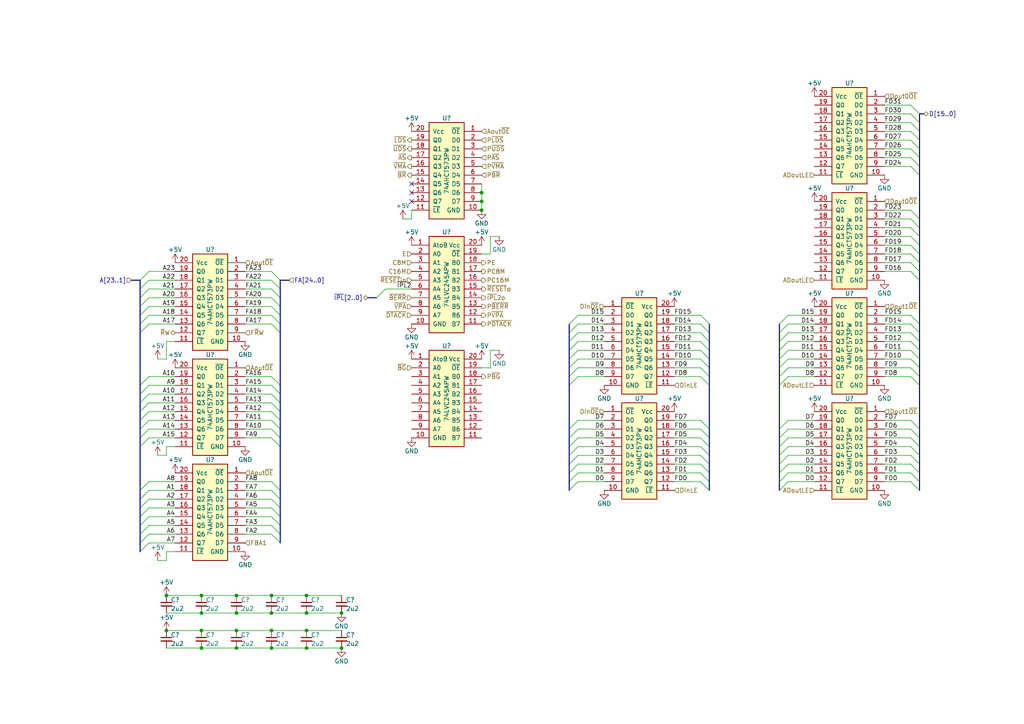
<source format=kicad_sch>
(kicad_sch (version 20211123) (generator eeschema)
  (paper "A4")
  (lib_symbols
    (symbol "Device:C_Small" (pin_numbers hide) (pin_names (offset 0.254) hide)
      (property "Reference" "C" (at 0.254 1.778 0))
      (property "Value" "C_Small" (at 0.254 -2.032 0))
      (symbol "C_Small_0_1"
        (polyline (pts (xy -1.524 -0.508) (xy 1.524 -0.508)) (stroke (width 0.3302)))
        (polyline (pts (xy -1.524 0.508) (xy 1.524 0.508)) (stroke (width 0.3048)))
      )
      (symbol "C_Small_1_1"
        (pin passive line (at 0 2.54 270) (length 2.032) (name "~") (number "1"))
        (pin passive line (at 0 -2.54 90) (length 2.032) (name "~") (number "2"))
      )
    )
    (symbol "GW_Logic:74245" (pin_names (offset 1.016))
      (property "Reference" "U" (at 0 15.24 0))
      (property "Value" "74245" (at 0 0 90))
      (symbol "74245_0_1"
        (rectangle (start -5.08 13.97) (end 5.08 -13.97) (stroke (width 0.254)) (fill (type background)))
      )
      (symbol "74245_1_1"
        (pin input line (at -10.16 11.43 0) (length 5.08) (name "AtoB") (number "1"))
        (pin power_in line (at -10.16 -11.43 0) (length 5.08) (name "GND") (number "10"))
        (pin bidirectional line (at 10.16 -11.43 180) (length 5.08) (name "B7") (number "11"))
        (pin bidirectional line (at 10.16 -8.89 180) (length 5.08) (name "B6") (number "12"))
        (pin bidirectional line (at 10.16 -6.35 180) (length 5.08) (name "B5") (number "13"))
        (pin bidirectional line (at 10.16 -3.81 180) (length 5.08) (name "B4") (number "14"))
        (pin bidirectional line (at 10.16 -1.27 180) (length 5.08) (name "B3") (number "15"))
        (pin bidirectional line (at 10.16 1.27 180) (length 5.08) (name "B2") (number "16"))
        (pin bidirectional line (at 10.16 3.81 180) (length 5.08) (name "B1") (number "17"))
        (pin bidirectional line (at 10.16 6.35 180) (length 5.08) (name "B0") (number "18"))
        (pin input line (at 10.16 8.89 180) (length 5.08) (name "~{OE}") (number "19"))
        (pin bidirectional line (at -10.16 8.89 0) (length 5.08) (name "A0") (number "2"))
        (pin power_in line (at 10.16 11.43 180) (length 5.08) (name "Vcc") (number "20"))
        (pin bidirectional line (at -10.16 6.35 0) (length 5.08) (name "A1") (number "3"))
        (pin bidirectional line (at -10.16 3.81 0) (length 5.08) (name "A2") (number "4"))
        (pin bidirectional line (at -10.16 1.27 0) (length 5.08) (name "A3") (number "5"))
        (pin bidirectional line (at -10.16 -1.27 0) (length 5.08) (name "A4") (number "6"))
        (pin bidirectional line (at -10.16 -3.81 0) (length 5.08) (name "A5") (number "7"))
        (pin bidirectional line (at -10.16 -6.35 0) (length 5.08) (name "A6") (number "8"))
        (pin bidirectional line (at -10.16 -8.89 0) (length 5.08) (name "A7") (number "9"))
      )
    )
    (symbol "GW_Logic:74573" (pin_names (offset 1.016))
      (property "Reference" "U" (at 0 15.24 0))
      (property "Value" "74573" (at 0 -15.24 0))
      (symbol "74573_0_1"
        (rectangle (start -5.08 13.97) (end 5.08 -13.97) (stroke (width 0.254)) (fill (type background)))
      )
      (symbol "74573_1_1"
        (pin input line (at -10.16 11.43 0) (length 5.08) (name "~{OE}") (number "1"))
        (pin power_in line (at -10.16 -11.43 0) (length 5.08) (name "GND") (number "10"))
        (pin input line (at 10.16 -11.43 180) (length 5.08) (name "~{LE}") (number "11"))
        (pin tri_state line (at 10.16 -8.89 180) (length 5.08) (name "Q7") (number "12"))
        (pin tri_state line (at 10.16 -6.35 180) (length 5.08) (name "Q6") (number "13"))
        (pin tri_state line (at 10.16 -3.81 180) (length 5.08) (name "Q5") (number "14"))
        (pin tri_state line (at 10.16 -1.27 180) (length 5.08) (name "Q4") (number "15"))
        (pin tri_state line (at 10.16 1.27 180) (length 5.08) (name "Q3") (number "16"))
        (pin tri_state line (at 10.16 3.81 180) (length 5.08) (name "Q2") (number "17"))
        (pin tri_state line (at 10.16 6.35 180) (length 5.08) (name "Q1") (number "18"))
        (pin tri_state line (at 10.16 8.89 180) (length 5.08) (name "Q0") (number "19"))
        (pin input line (at -10.16 8.89 0) (length 5.08) (name "D0") (number "2"))
        (pin power_in line (at 10.16 11.43 180) (length 5.08) (name "Vcc") (number "20"))
        (pin input line (at -10.16 6.35 0) (length 5.08) (name "D1") (number "3"))
        (pin input line (at -10.16 3.81 0) (length 5.08) (name "D2") (number "4"))
        (pin input line (at -10.16 1.27 0) (length 5.08) (name "D3") (number "5"))
        (pin input line (at -10.16 -1.27 0) (length 5.08) (name "D4") (number "6"))
        (pin input line (at -10.16 -3.81 0) (length 5.08) (name "D5") (number "7"))
        (pin input line (at -10.16 -6.35 0) (length 5.08) (name "D6") (number "8"))
        (pin input line (at -10.16 -8.89 0) (length 5.08) (name "D7") (number "9"))
      )
    )
    (symbol "power:+5V" (power) (pin_names (offset 0))
      (property "Value" "+5V" (at 0 3.556 0))
      (symbol "+5V_0_1"
        (polyline (pts (xy -0.762 1.27) (xy 0 2.54)))
        (polyline (pts (xy 0 0) (xy 0 2.54)))
        (polyline (pts (xy 0 2.54) (xy 0.762 1.27)))
      )
      (symbol "+5V_1_1"
        (pin power_in line (at 0 0 90) (length 0) hide (name "+5V") (number "1"))
      )
    )
    (symbol "power:GND" (power) (pin_names (offset 0))
      (property "Value" "GND" (at 0 -3.81 0))
      (symbol "GND_0_1"
        (polyline (pts (xy 0 0) (xy 0 -1.27) (xy 1.27 -1.27) (xy 0 -2.54) (xy -1.27 -1.27) (xy 0 -1.27)))
      )
      (symbol "GND_1_1"
        (pin power_in line (at 0 0 270) (length 0) hide (name "GND") (number "1"))
      )
    )
  )
  (junction (at 58.42 182.88))
  (junction (at 78.74 187.96))
  (junction (at 78.74 182.88))
  (junction (at 78.74 177.8))
  (junction (at 68.58 172.72))
  (junction (at 68.58 187.96))
  (junction (at 99.06 177.8))
  (junction (at 88.9 182.88))
  (junction (at 48.26 182.88))
  (junction (at 88.9 187.96))
  (junction (at 58.42 177.8))
  (junction (at 99.06 187.96))
  (junction (at 68.58 182.88))
  (junction (at 68.58 177.8))
  (junction (at 58.42 187.96))
  (junction (at 88.9 172.72))
  (junction (at 139.7 58.42))
  (junction (at 58.42 172.72))
  (junction (at 139.7 60.96))
  (junction (at 139.7 55.88))
  (junction (at 48.26 172.72))
  (junction (at 78.74 172.72))
  (junction (at 88.9 177.8))
  (no_connect (at 119.38 58.42))
  (no_connect (at 119.38 55.88))
  (no_connect (at 119.38 53.34))
  (bus_entry (at 78.74 144.78) (size 2.54 2.54))
  (bus_entry (at 43.18 142.24) (size -2.54 2.54))
  (bus_entry (at 264.16 66.04) (size 2.54 2.54))
  (bus_entry (at 43.18 139.7) (size -2.54 2.54))
  (bus_entry (at 43.18 91.44) (size -2.54 2.54))
  (bus_entry (at 264.16 38.1) (size 2.54 2.54))
  (bus_entry (at 264.16 109.22) (size 2.54 2.54))
  (bus_entry (at 264.16 45.72) (size 2.54 2.54))
  (bus_entry (at 78.74 78.74) (size 2.54 2.54))
  (bus_entry (at 78.74 109.22) (size 2.54 2.54))
  (bus_entry (at 203.2 127) (size 2.54 2.54))
  (bus_entry (at 78.74 152.4) (size 2.54 2.54))
  (bus_entry (at 264.16 78.74) (size 2.54 2.54))
  (bus_entry (at 43.18 144.78) (size -2.54 2.54))
  (bus_entry (at 43.18 78.74) (size -2.54 2.54))
  (bus_entry (at 228.6 96.52) (size -2.54 2.54))
  (bus_entry (at 203.2 109.22) (size 2.54 2.54))
  (bus_entry (at 228.6 124.46) (size -2.54 2.54))
  (bus_entry (at 203.2 101.6) (size 2.54 2.54))
  (bus_entry (at 167.64 101.6) (size -2.54 2.54))
  (bus_entry (at 228.6 106.68) (size -2.54 2.54))
  (bus_entry (at 264.16 91.44) (size 2.54 2.54))
  (bus_entry (at 43.18 149.86) (size -2.54 2.54))
  (bus_entry (at 43.18 152.4) (size -2.54 2.54))
  (bus_entry (at 78.74 88.9) (size 2.54 2.54))
  (bus_entry (at 43.18 124.46) (size -2.54 2.54))
  (bus_entry (at 43.18 81.28) (size -2.54 2.54))
  (bus_entry (at 78.74 116.84) (size 2.54 2.54))
  (bus_entry (at 167.64 121.92) (size -2.54 2.54))
  (bus_entry (at 78.74 83.82) (size 2.54 2.54))
  (bus_entry (at 203.2 99.06) (size 2.54 2.54))
  (bus_entry (at 264.16 139.7) (size 2.54 2.54))
  (bus_entry (at 264.16 127) (size 2.54 2.54))
  (bus_entry (at 203.2 124.46) (size 2.54 2.54))
  (bus_entry (at 264.16 30.48) (size 2.54 2.54))
  (bus_entry (at 43.18 147.32) (size -2.54 2.54))
  (bus_entry (at 43.18 121.92) (size -2.54 2.54))
  (bus_entry (at 43.18 116.84) (size -2.54 2.54))
  (bus_entry (at 264.16 132.08) (size 2.54 2.54))
  (bus_entry (at 203.2 132.08) (size 2.54 2.54))
  (bus_entry (at 264.16 137.16) (size 2.54 2.54))
  (bus_entry (at 264.16 68.58) (size 2.54 2.54))
  (bus_entry (at 228.6 109.22) (size -2.54 2.54))
  (bus_entry (at 228.6 129.54) (size -2.54 2.54))
  (bus_entry (at 78.74 142.24) (size 2.54 2.54))
  (bus_entry (at 203.2 121.92) (size 2.54 2.54))
  (bus_entry (at 264.16 60.96) (size 2.54 2.54))
  (bus_entry (at 78.74 111.76) (size 2.54 2.54))
  (bus_entry (at 264.16 99.06) (size 2.54 2.54))
  (bus_entry (at 228.6 104.14) (size -2.54 2.54))
  (bus_entry (at 264.16 33.02) (size 2.54 2.54))
  (bus_entry (at 167.64 104.14) (size -2.54 2.54))
  (bus_entry (at 167.64 134.62) (size -2.54 2.54))
  (bus_entry (at 264.16 96.52) (size 2.54 2.54))
  (bus_entry (at 264.16 76.2) (size 2.54 2.54))
  (bus_entry (at 167.64 106.68) (size -2.54 2.54))
  (bus_entry (at 78.74 147.32) (size 2.54 2.54))
  (bus_entry (at 78.74 91.44) (size 2.54 2.54))
  (bus_entry (at 264.16 43.18) (size 2.54 2.54))
  (bus_entry (at 203.2 104.14) (size 2.54 2.54))
  (bus_entry (at 167.64 109.22) (size -2.54 2.54))
  (bus_entry (at 228.6 132.08) (size -2.54 2.54))
  (bus_entry (at 167.64 124.46) (size -2.54 2.54))
  (bus_entry (at 228.6 101.6) (size -2.54 2.54))
  (bus_entry (at 43.18 83.82) (size -2.54 2.54))
  (bus_entry (at 203.2 139.7) (size 2.54 2.54))
  (bus_entry (at 264.16 48.26) (size 2.54 2.54))
  (bus_entry (at 43.18 127) (size -2.54 2.54))
  (bus_entry (at 43.18 86.36) (size -2.54 2.54))
  (bus_entry (at 203.2 137.16) (size 2.54 2.54))
  (bus_entry (at 203.2 96.52) (size 2.54 2.54))
  (bus_entry (at 228.6 139.7) (size -2.54 2.54))
  (bus_entry (at 264.16 101.6) (size 2.54 2.54))
  (bus_entry (at 78.74 127) (size 2.54 2.54))
  (bus_entry (at 203.2 129.54) (size 2.54 2.54))
  (bus_entry (at 78.74 119.38) (size 2.54 2.54))
  (bus_entry (at 228.6 137.16) (size -2.54 2.54))
  (bus_entry (at 167.64 129.54) (size -2.54 2.54))
  (bus_entry (at 264.16 129.54) (size 2.54 2.54))
  (bus_entry (at 78.74 121.92) (size 2.54 2.54))
  (bus_entry (at 167.64 127) (size -2.54 2.54))
  (bus_entry (at 167.64 137.16) (size -2.54 2.54))
  (bus_entry (at 78.74 139.7) (size 2.54 2.54))
  (bus_entry (at 78.74 114.3) (size 2.54 2.54))
  (bus_entry (at 264.16 40.64) (size 2.54 2.54))
  (bus_entry (at 167.64 139.7) (size -2.54 2.54))
  (bus_entry (at 203.2 93.98) (size 2.54 2.54))
  (bus_entry (at 228.6 93.98) (size -2.54 2.54))
  (bus_entry (at 43.18 93.98) (size -2.54 2.54))
  (bus_entry (at 264.16 121.92) (size 2.54 2.54))
  (bus_entry (at 78.74 149.86) (size 2.54 2.54))
  (bus_entry (at 78.74 154.94) (size 2.54 2.54))
  (bus_entry (at 228.6 91.44) (size -2.54 2.54))
  (bus_entry (at 264.16 104.14) (size 2.54 2.54))
  (bus_entry (at 167.64 93.98) (size -2.54 2.54))
  (bus_entry (at 167.64 91.44) (size -2.54 2.54))
  (bus_entry (at 264.16 73.66) (size 2.54 2.54))
  (bus_entry (at 167.64 96.52) (size -2.54 2.54))
  (bus_entry (at 78.74 81.28) (size 2.54 2.54))
  (bus_entry (at 43.18 109.22) (size -2.54 2.54))
  (bus_entry (at 228.6 121.92) (size -2.54 2.54))
  (bus_entry (at 264.16 134.62) (size 2.54 2.54))
  (bus_entry (at 264.16 63.5) (size 2.54 2.54))
  (bus_entry (at 228.6 134.62) (size -2.54 2.54))
  (bus_entry (at 111.76 83.82) (size -2.54 2.54))
  (bus_entry (at 78.74 124.46) (size 2.54 2.54))
  (bus_entry (at 264.16 124.46) (size 2.54 2.54))
  (bus_entry (at 228.6 99.06) (size -2.54 2.54))
  (bus_entry (at 43.18 157.48) (size -2.54 2.54))
  (bus_entry (at 43.18 114.3) (size -2.54 2.54))
  (bus_entry (at 203.2 134.62) (size 2.54 2.54))
  (bus_entry (at 264.16 71.12) (size 2.54 2.54))
  (bus_entry (at 203.2 106.68) (size 2.54 2.54))
  (bus_entry (at 78.74 86.36) (size 2.54 2.54))
  (bus_entry (at 264.16 35.56) (size 2.54 2.54))
  (bus_entry (at 167.64 132.08) (size -2.54 2.54))
  (bus_entry (at 43.18 111.76) (size -2.54 2.54))
  (bus_entry (at 43.18 119.38) (size -2.54 2.54))
  (bus_entry (at 167.64 99.06) (size -2.54 2.54))
  (bus_entry (at 264.16 93.98) (size 2.54 2.54))
  (bus_entry (at 43.18 88.9) (size -2.54 2.54))
  (bus_entry (at 78.74 93.98) (size 2.54 2.54))
  (bus_entry (at 228.6 127) (size -2.54 2.54))
  (bus_entry (at 203.2 91.44) (size 2.54 2.54))
  (bus_entry (at 43.18 154.94) (size -2.54 2.54))
  (bus_entry (at 264.16 106.68) (size 2.54 2.54))
  (wire (pts (xy 48.26 177.8) (xy 58.42 177.8)))
  (wire (pts (xy 71.12 147.32) (xy 78.74 147.32)))
  (wire (pts (xy 228.6 132.08) (xy 236.22 132.08)))
  (bus (pts (xy 266.7 129.54) (xy 266.7 132.08)))
  (bus (pts (xy 165.1 137.16) (xy 165.1 139.7)))
  (wire (pts (xy 71.12 83.82) (xy 78.74 83.82)))
  (wire (pts (xy 88.9 182.88) (xy 99.06 182.88)))
  (bus (pts (xy 40.64 86.36) (xy 40.64 88.9)))
  (bus (pts (xy 266.7 109.22) (xy 266.7 111.76)))
  (wire (pts (xy 256.54 91.44) (xy 264.16 91.44)))
  (wire (pts (xy 228.6 139.7) (xy 236.22 139.7)))
  (wire (pts (xy 167.64 132.08) (xy 175.26 132.08)))
  (bus (pts (xy 205.74 101.6) (xy 205.74 104.14)))
  (bus (pts (xy 81.28 152.4) (xy 81.28 154.94)))
  (wire (pts (xy 43.18 111.76) (xy 50.8 111.76)))
  (bus (pts (xy 40.64 152.4) (xy 40.64 154.94)))
  (wire (pts (xy 50.8 91.44) (xy 43.18 91.44)))
  (wire (pts (xy 50.8 160.02) (xy 48.26 160.02)))
  (wire (pts (xy 43.18 154.94) (xy 50.8 154.94)))
  (wire (pts (xy 43.18 142.24) (xy 50.8 142.24)))
  (bus (pts (xy 165.1 93.98) (xy 165.1 96.52)))
  (bus (pts (xy 266.7 76.2) (xy 266.7 78.74)))
  (wire (pts (xy 71.12 139.7) (xy 78.74 139.7)))
  (wire (pts (xy 256.54 33.02) (xy 264.16 33.02)))
  (wire (pts (xy 48.26 182.88) (xy 58.42 182.88)))
  (bus (pts (xy 106.68 86.36) (xy 109.22 86.36)))
  (wire (pts (xy 48.26 160.02) (xy 48.26 162.56)))
  (bus (pts (xy 266.7 134.62) (xy 266.7 137.16)))
  (wire (pts (xy 139.7 53.34) (xy 139.7 55.88)))
  (wire (pts (xy 50.8 93.98) (xy 43.18 93.98)))
  (wire (pts (xy 139.7 55.88) (xy 139.7 58.42)))
  (bus (pts (xy 266.7 48.26) (xy 266.7 50.8)))
  (bus (pts (xy 266.7 101.6) (xy 266.7 104.14)))
  (bus (pts (xy 205.74 104.14) (xy 205.74 106.68)))
  (wire (pts (xy 71.12 121.92) (xy 78.74 121.92)))
  (bus (pts (xy 266.7 50.8) (xy 266.7 63.5)))
  (wire (pts (xy 71.12 119.38) (xy 78.74 119.38)))
  (wire (pts (xy 58.42 187.96) (xy 68.58 187.96)))
  (wire (pts (xy 139.7 58.42) (xy 139.7 60.96)))
  (bus (pts (xy 81.28 149.86) (xy 81.28 152.4)))
  (wire (pts (xy 167.64 106.68) (xy 175.26 106.68)))
  (wire (pts (xy 228.6 96.52) (xy 236.22 96.52)))
  (bus (pts (xy 266.7 106.68) (xy 266.7 109.22)))
  (bus (pts (xy 81.28 88.9) (xy 81.28 91.44)))
  (wire (pts (xy 48.26 172.72) (xy 58.42 172.72)))
  (wire (pts (xy 167.64 137.16) (xy 175.26 137.16)))
  (wire (pts (xy 256.54 73.66) (xy 264.16 73.66)))
  (bus (pts (xy 165.1 124.46) (xy 165.1 127)))
  (bus (pts (xy 266.7 96.52) (xy 266.7 99.06)))
  (bus (pts (xy 226.06 99.06) (xy 226.06 101.6)))
  (wire (pts (xy 228.6 134.62) (xy 236.22 134.62)))
  (bus (pts (xy 40.64 116.84) (xy 40.64 119.38)))
  (bus (pts (xy 40.64 96.52) (xy 40.64 111.76)))
  (wire (pts (xy 167.64 127) (xy 175.26 127)))
  (wire (pts (xy 228.6 101.6) (xy 236.22 101.6)))
  (wire (pts (xy 78.74 172.72) (xy 88.9 172.72)))
  (bus (pts (xy 40.64 142.24) (xy 40.64 144.78)))
  (wire (pts (xy 43.18 116.84) (xy 50.8 116.84)))
  (bus (pts (xy 205.74 137.16) (xy 205.74 139.7)))
  (bus (pts (xy 165.1 104.14) (xy 165.1 106.68)))
  (wire (pts (xy 142.24 68.58) (xy 142.24 73.66)))
  (bus (pts (xy 40.64 147.32) (xy 40.64 149.86)))
  (bus (pts (xy 266.7 111.76) (xy 266.7 124.46)))
  (wire (pts (xy 43.18 127) (xy 50.8 127)))
  (bus (pts (xy 226.06 124.46) (xy 226.06 127)))
  (bus (pts (xy 81.28 96.52) (xy 81.28 111.76)))
  (wire (pts (xy 71.12 152.4) (xy 78.74 152.4)))
  (wire (pts (xy 43.18 147.32) (xy 50.8 147.32)))
  (wire (pts (xy 256.54 38.1) (xy 264.16 38.1)))
  (bus (pts (xy 40.64 91.44) (xy 40.64 93.98)))
  (wire (pts (xy 256.54 93.98) (xy 264.16 93.98)))
  (wire (pts (xy 195.58 137.16) (xy 203.2 137.16)))
  (wire (pts (xy 71.12 78.74) (xy 78.74 78.74)))
  (wire (pts (xy 71.12 144.78) (xy 78.74 144.78)))
  (wire (pts (xy 167.64 124.46) (xy 175.26 124.46)))
  (wire (pts (xy 50.8 86.36) (xy 43.18 86.36)))
  (bus (pts (xy 165.1 101.6) (xy 165.1 104.14)))
  (wire (pts (xy 195.58 101.6) (xy 203.2 101.6)))
  (bus (pts (xy 205.74 99.06) (xy 205.74 101.6)))
  (wire (pts (xy 195.58 109.22) (xy 203.2 109.22)))
  (wire (pts (xy 256.54 96.52) (xy 264.16 96.52)))
  (bus (pts (xy 40.64 144.78) (xy 40.64 147.32)))
  (wire (pts (xy 256.54 127) (xy 264.16 127)))
  (wire (pts (xy 71.12 93.98) (xy 78.74 93.98)))
  (wire (pts (xy 195.58 129.54) (xy 203.2 129.54)))
  (bus (pts (xy 226.06 106.68) (xy 226.06 109.22)))
  (bus (pts (xy 81.28 127) (xy 81.28 129.54)))
  (wire (pts (xy 48.26 132.08) (xy 45.72 132.08)))
  (bus (pts (xy 40.64 88.9) (xy 40.64 91.44)))
  (bus (pts (xy 266.7 93.98) (xy 266.7 96.52)))
  (wire (pts (xy 256.54 101.6) (xy 264.16 101.6)))
  (bus (pts (xy 40.64 154.94) (xy 40.64 157.48)))
  (bus (pts (xy 266.7 127) (xy 266.7 129.54)))
  (bus (pts (xy 266.7 73.66) (xy 266.7 76.2)))
  (bus (pts (xy 266.7 68.58) (xy 266.7 71.12)))
  (bus (pts (xy 266.7 71.12) (xy 266.7 73.66)))
  (bus (pts (xy 81.28 114.3) (xy 81.28 116.84)))
  (wire (pts (xy 58.42 172.72) (xy 68.58 172.72)))
  (bus (pts (xy 81.28 142.24) (xy 81.28 144.78)))
  (wire (pts (xy 111.76 83.82) (xy 119.38 83.82)))
  (wire (pts (xy 144.78 68.58) (xy 142.24 68.58)))
  (wire (pts (xy 195.58 121.92) (xy 203.2 121.92)))
  (bus (pts (xy 205.74 106.68) (xy 205.74 109.22)))
  (wire (pts (xy 50.8 109.22) (xy 43.18 109.22)))
  (bus (pts (xy 165.1 132.08) (xy 165.1 134.62)))
  (wire (pts (xy 167.64 96.52) (xy 175.26 96.52)))
  (bus (pts (xy 40.64 114.3) (xy 40.64 116.84)))
  (wire (pts (xy 256.54 48.26) (xy 264.16 48.26)))
  (bus (pts (xy 205.74 134.62) (xy 205.74 137.16)))
  (wire (pts (xy 48.26 162.56) (xy 45.72 162.56)))
  (bus (pts (xy 266.7 45.72) (xy 266.7 48.26)))
  (bus (pts (xy 205.74 93.98) (xy 205.74 96.52)))
  (bus (pts (xy 165.1 111.76) (xy 165.1 124.46)))
  (bus (pts (xy 81.28 121.92) (xy 81.28 124.46)))
  (wire (pts (xy 256.54 40.64) (xy 264.16 40.64)))
  (bus (pts (xy 165.1 134.62) (xy 165.1 137.16)))
  (wire (pts (xy 167.64 109.22) (xy 175.26 109.22)))
  (wire (pts (xy 167.64 129.54) (xy 175.26 129.54)))
  (wire (pts (xy 256.54 137.16) (xy 264.16 137.16)))
  (wire (pts (xy 43.18 157.48) (xy 50.8 157.48)))
  (wire (pts (xy 228.6 91.44) (xy 236.22 91.44)))
  (wire (pts (xy 58.42 182.88) (xy 68.58 182.88)))
  (bus (pts (xy 266.7 104.14) (xy 266.7 106.68)))
  (wire (pts (xy 228.6 127) (xy 236.22 127)))
  (bus (pts (xy 226.06 137.16) (xy 226.06 139.7)))
  (bus (pts (xy 40.64 81.28) (xy 40.64 83.82)))
  (wire (pts (xy 50.8 99.06) (xy 48.26 99.06)))
  (wire (pts (xy 256.54 35.56) (xy 264.16 35.56)))
  (wire (pts (xy 88.9 177.8) (xy 99.06 177.8)))
  (bus (pts (xy 266.7 66.04) (xy 266.7 68.58)))
  (wire (pts (xy 167.64 91.44) (xy 175.26 91.44)))
  (wire (pts (xy 144.78 101.6) (xy 142.24 101.6)))
  (wire (pts (xy 116.84 63.5) (xy 119.38 63.5)))
  (bus (pts (xy 81.28 147.32) (xy 81.28 149.86)))
  (bus (pts (xy 266.7 81.28) (xy 266.7 93.98)))
  (wire (pts (xy 68.58 187.96) (xy 78.74 187.96)))
  (wire (pts (xy 71.12 142.24) (xy 78.74 142.24)))
  (bus (pts (xy 40.64 93.98) (xy 40.64 96.52)))
  (bus (pts (xy 165.1 106.68) (xy 165.1 109.22)))
  (wire (pts (xy 195.58 93.98) (xy 203.2 93.98)))
  (wire (pts (xy 71.12 114.3) (xy 78.74 114.3)))
  (bus (pts (xy 40.64 83.82) (xy 40.64 86.36)))
  (bus (pts (xy 226.06 96.52) (xy 226.06 99.06)))
  (bus (pts (xy 266.7 78.74) (xy 266.7 81.28)))
  (wire (pts (xy 71.12 91.44) (xy 78.74 91.44)))
  (wire (pts (xy 195.58 104.14) (xy 203.2 104.14)))
  (wire (pts (xy 167.64 104.14) (xy 175.26 104.14)))
  (wire (pts (xy 228.6 137.16) (xy 236.22 137.16)))
  (bus (pts (xy 81.28 86.36) (xy 81.28 88.9)))
  (wire (pts (xy 256.54 68.58) (xy 264.16 68.58)))
  (wire (pts (xy 256.54 99.06) (xy 264.16 99.06)))
  (bus (pts (xy 165.1 96.52) (xy 165.1 99.06)))
  (wire (pts (xy 195.58 132.08) (xy 203.2 132.08)))
  (wire (pts (xy 71.12 111.76) (xy 78.74 111.76)))
  (bus (pts (xy 266.7 99.06) (xy 266.7 101.6)))
  (bus (pts (xy 226.06 129.54) (xy 226.06 132.08)))
  (wire (pts (xy 43.18 152.4) (xy 50.8 152.4)))
  (bus (pts (xy 81.28 119.38) (xy 81.28 121.92)))
  (bus (pts (xy 40.64 124.46) (xy 40.64 127)))
  (bus (pts (xy 205.74 124.46) (xy 205.74 127)))
  (wire (pts (xy 43.18 144.78) (xy 50.8 144.78)))
  (wire (pts (xy 256.54 43.18) (xy 264.16 43.18)))
  (bus (pts (xy 40.64 157.48) (xy 40.64 160.02)))
  (wire (pts (xy 71.12 81.28) (xy 78.74 81.28)))
  (wire (pts (xy 78.74 187.96) (xy 88.9 187.96)))
  (bus (pts (xy 205.74 96.52) (xy 205.74 99.06)))
  (bus (pts (xy 40.64 129.54) (xy 40.64 142.24)))
  (bus (pts (xy 226.06 132.08) (xy 226.06 134.62)))
  (bus (pts (xy 165.1 129.54) (xy 165.1 132.08)))
  (bus (pts (xy 81.28 83.82) (xy 81.28 86.36)))
  (bus (pts (xy 40.64 127) (xy 40.64 129.54)))
  (bus (pts (xy 266.7 43.18) (xy 266.7 45.72)))
  (wire (pts (xy 71.12 86.36) (xy 78.74 86.36)))
  (bus (pts (xy 81.28 81.28) (xy 81.28 83.82)))
  (wire (pts (xy 50.8 81.28) (xy 43.18 81.28)))
  (wire (pts (xy 228.6 121.92) (xy 236.22 121.92)))
  (wire (pts (xy 256.54 66.04) (xy 264.16 66.04)))
  (wire (pts (xy 256.54 132.08) (xy 264.16 132.08)))
  (bus (pts (xy 81.28 116.84) (xy 81.28 119.38)))
  (wire (pts (xy 50.8 78.74) (xy 43.18 78.74)))
  (bus (pts (xy 205.74 132.08) (xy 205.74 134.62)))
  (bus (pts (xy 205.74 139.7) (xy 205.74 142.24)))
  (wire (pts (xy 78.74 182.88) (xy 88.9 182.88)))
  (wire (pts (xy 256.54 121.92) (xy 264.16 121.92)))
  (wire (pts (xy 167.64 134.62) (xy 175.26 134.62)))
  (bus (pts (xy 266.7 35.56) (xy 266.7 38.1)))
  (wire (pts (xy 228.6 109.22) (xy 236.22 109.22)))
  (wire (pts (xy 167.64 99.06) (xy 175.26 99.06)))
  (wire (pts (xy 228.6 124.46) (xy 236.22 124.46)))
  (wire (pts (xy 167.64 139.7) (xy 175.26 139.7)))
  (bus (pts (xy 266.7 139.7) (xy 266.7 142.24)))
  (bus (pts (xy 226.06 93.98) (xy 226.06 96.52)))
  (wire (pts (xy 256.54 71.12) (xy 264.16 71.12)))
  (bus (pts (xy 266.7 132.08) (xy 266.7 134.62)))
  (wire (pts (xy 228.6 99.06) (xy 236.22 99.06)))
  (bus (pts (xy 81.28 144.78) (xy 81.28 147.32)))
  (bus (pts (xy 81.28 111.76) (xy 81.28 114.3)))
  (wire (pts (xy 88.9 187.96) (xy 99.06 187.96)))
  (wire (pts (xy 78.74 177.8) (xy 88.9 177.8)))
  (bus (pts (xy 226.06 139.7) (xy 226.06 142.24)))
  (wire (pts (xy 71.12 88.9) (xy 78.74 88.9)))
  (bus (pts (xy 205.74 127) (xy 205.74 129.54)))
  (bus (pts (xy 266.7 63.5) (xy 266.7 66.04)))
  (wire (pts (xy 71.12 149.86) (xy 78.74 149.86)))
  (bus (pts (xy 226.06 109.22) (xy 226.06 111.76)))
  (wire (pts (xy 43.18 114.3) (xy 50.8 114.3)))
  (wire (pts (xy 256.54 109.22) (xy 264.16 109.22)))
  (bus (pts (xy 40.64 149.86) (xy 40.64 152.4)))
  (wire (pts (xy 195.58 96.52) (xy 203.2 96.52)))
  (bus (pts (xy 40.64 121.92) (xy 40.64 124.46)))
  (wire (pts (xy 195.58 99.06) (xy 203.2 99.06)))
  (wire (pts (xy 142.24 106.68) (xy 139.7 106.68)))
  (bus (pts (xy 40.64 111.76) (xy 40.64 114.3)))
  (wire (pts (xy 228.6 93.98) (xy 236.22 93.98)))
  (wire (pts (xy 195.58 134.62) (xy 203.2 134.62)))
  (wire (pts (xy 256.54 60.96) (xy 264.16 60.96)))
  (wire (pts (xy 256.54 139.7) (xy 264.16 139.7)))
  (bus (pts (xy 266.7 137.16) (xy 266.7 139.7)))
  (wire (pts (xy 71.12 154.94) (xy 78.74 154.94)))
  (wire (pts (xy 167.64 101.6) (xy 175.26 101.6)))
  (bus (pts (xy 165.1 109.22) (xy 165.1 111.76)))
  (wire (pts (xy 256.54 63.5) (xy 264.16 63.5)))
  (wire (pts (xy 228.6 129.54) (xy 236.22 129.54)))
  (bus (pts (xy 226.06 104.14) (xy 226.06 106.68)))
  (wire (pts (xy 119.38 63.5) (xy 119.38 60.96)))
  (bus (pts (xy 83.82 81.28) (xy 81.28 81.28)))
  (bus (pts (xy 165.1 127) (xy 165.1 129.54)))
  (wire (pts (xy 195.58 127) (xy 203.2 127)))
  (wire (pts (xy 195.58 91.44) (xy 203.2 91.44)))
  (wire (pts (xy 256.54 78.74) (xy 264.16 78.74)))
  (bus (pts (xy 266.7 33.02) (xy 266.7 35.56)))
  (wire (pts (xy 142.24 73.66) (xy 139.7 73.66)))
  (bus (pts (xy 267.97 33.02) (xy 266.7 33.02)))
  (wire (pts (xy 50.8 129.54) (xy 48.26 129.54)))
  (bus (pts (xy 226.06 127) (xy 226.06 129.54)))
  (bus (pts (xy 81.28 154.94) (xy 81.28 157.48)))
  (wire (pts (xy 195.58 124.46) (xy 203.2 124.46)))
  (wire (pts (xy 48.26 187.96) (xy 58.42 187.96)))
  (bus (pts (xy 81.28 129.54) (xy 81.28 142.24)))
  (bus (pts (xy 205.74 129.54) (xy 205.74 132.08)))
  (wire (pts (xy 256.54 134.62) (xy 264.16 134.62)))
  (wire (pts (xy 68.58 182.88) (xy 78.74 182.88)))
  (wire (pts (xy 43.18 124.46) (xy 50.8 124.46)))
  (wire (pts (xy 167.64 93.98) (xy 175.26 93.98)))
  (wire (pts (xy 50.8 83.82) (xy 43.18 83.82)))
  (wire (pts (xy 71.12 109.22) (xy 78.74 109.22)))
  (wire (pts (xy 167.64 121.92) (xy 175.26 121.92)))
  (wire (pts (xy 228.6 104.14) (xy 236.22 104.14)))
  (wire (pts (xy 43.18 149.86) (xy 50.8 149.86)))
  (wire (pts (xy 43.18 139.7) (xy 50.8 139.7)))
  (wire (pts (xy 256.54 124.46) (xy 264.16 124.46)))
  (bus (pts (xy 81.28 124.46) (xy 81.28 127)))
  (wire (pts (xy 71.12 127) (xy 78.74 127)))
  (wire (pts (xy 256.54 129.54) (xy 264.16 129.54)))
  (wire (pts (xy 43.18 121.92) (xy 50.8 121.92)))
  (wire (pts (xy 228.6 106.68) (xy 236.22 106.68)))
  (bus (pts (xy 226.06 101.6) (xy 226.06 104.14)))
  (bus (pts (xy 40.64 119.38) (xy 40.64 121.92)))
  (wire (pts (xy 195.58 139.7) (xy 203.2 139.7)))
  (bus (pts (xy 205.74 111.76) (xy 205.74 124.46)))
  (bus (pts (xy 226.06 111.76) (xy 226.06 124.46)))
  (bus (pts (xy 165.1 139.7) (xy 165.1 142.24)))
  (wire (pts (xy 71.12 116.84) (xy 78.74 116.84)))
  (wire (pts (xy 58.42 177.8) (xy 68.58 177.8)))
  (bus (pts (xy 165.1 99.06) (xy 165.1 101.6)))
  (bus (pts (xy 205.74 109.22) (xy 205.74 111.76)))
  (wire (pts (xy 256.54 76.2) (xy 264.16 76.2)))
  (bus (pts (xy 266.7 124.46) (xy 266.7 127)))
  (wire (pts (xy 48.26 99.06) (xy 48.26 104.14)))
  (wire (pts (xy 256.54 45.72) (xy 264.16 45.72)))
  (wire (pts (xy 71.12 124.46) (xy 78.74 124.46)))
  (wire (pts (xy 256.54 106.68) (xy 264.16 106.68)))
  (wire (pts (xy 68.58 177.8) (xy 78.74 177.8)))
  (wire (pts (xy 88.9 172.72) (xy 99.06 172.72)))
  (wire (pts (xy 256.54 30.48) (xy 264.16 30.48)))
  (bus (pts (xy 226.06 134.62) (xy 226.06 137.16)))
  (wire (pts (xy 43.18 119.38) (xy 50.8 119.38)))
  (wire (pts (xy 142.24 101.6) (xy 142.24 106.68)))
  (bus (pts (xy 81.28 91.44) (xy 81.28 93.98)))
  (bus (pts (xy 81.28 93.98) (xy 81.28 96.52)))
  (bus (pts (xy 266.7 40.64) (xy 266.7 43.18)))
  (wire (pts (xy 50.8 88.9) (xy 43.18 88.9)))
  (wire (pts (xy 48.26 104.14) (xy 45.72 104.14)))
  (wire (pts (xy 48.26 129.54) (xy 48.26 132.08)))
  (bus (pts (xy 266.7 38.1) (xy 266.7 40.64)))
  (bus (pts (xy 38.1 81.28) (xy 40.64 81.28)))
  (wire (pts (xy 256.54 104.14) (xy 264.16 104.14)))
  (wire (pts (xy 195.58 106.68) (xy 203.2 106.68)))
  (wire (pts (xy 68.58 172.72) (xy 78.74 172.72)))
  (label "~{IPL}2" (at 119.38 83.82 180))
  (label "FD24" (at 256.54 48.26 0))
  (label "FA18" (at 71.12 91.44 0))
  (label "A15" (at 50.8 127 180))
  (label "FD7" (at 256.54 121.92 0))
  (label "FA10" (at 71.12 124.46 0))
  (label "D10" (at 236.22 104.14 180))
  (label "D14" (at 236.22 93.98 180))
  (label "FA14" (at 71.12 114.3 0))
  (label "FD31" (at 256.54 30.48 0))
  (label "D4" (at 236.22 129.54 180))
  (label "A23" (at 50.8 78.74 180))
  (label "FD3" (at 195.58 132.08 0))
  (label "D1" (at 175.26 137.16 180))
  (label "FD13" (at 195.58 96.52 0))
  (label "FD21" (at 256.54 66.04 0))
  (label "D4" (at 175.26 129.54 180))
  (label "FD13" (at 256.54 96.52 0))
  (label "FD5" (at 256.54 127 0))
  (label "FD29" (at 256.54 35.56 0))
  (label "FD23" (at 256.54 60.96 0))
  (label "D11" (at 175.26 101.6 180))
  (label "A9" (at 50.8 111.76 180))
  (label "FD18" (at 256.54 73.66 0))
  (label "A6" (at 50.8 154.94 180))
  (label "FD25" (at 256.54 45.72 0))
  (label "FA4" (at 71.12 149.86 0))
  (label "FD4" (at 195.58 129.54 0))
  (label "FA16" (at 71.12 109.22 0))
  (label "FD15" (at 195.58 91.44 0))
  (label "FD10" (at 195.58 104.14 0))
  (label "FD7" (at 195.58 121.92 0))
  (label "D0" (at 175.26 139.7 180))
  (label "D10" (at 175.26 104.14 180))
  (label "FD11" (at 256.54 101.6 0))
  (label "FD2" (at 256.54 134.62 0))
  (label "D15" (at 175.26 91.44 180))
  (label "FA23" (at 71.12 78.74 0))
  (label "FD0" (at 195.58 139.7 0))
  (label "A2" (at 50.8 144.78 180))
  (label "D6" (at 236.22 124.46 180))
  (label "A1" (at 50.8 142.24 180))
  (label "FD16" (at 256.54 78.74 0))
  (label "D2" (at 175.26 134.62 180))
  (label "FA8" (at 71.12 139.7 0))
  (label "FA15" (at 71.12 111.76 0))
  (label "FD6" (at 195.58 124.46 0))
  (label "FA17" (at 71.12 93.98 0))
  (label "FA20" (at 71.12 86.36 0))
  (label "A19" (at 50.8 88.9 180))
  (label "D12" (at 236.22 99.06 180))
  (label "FA19" (at 71.12 88.9 0))
  (label "A4" (at 50.8 149.86 180))
  (label "FA11" (at 71.12 121.92 0))
  (label "A22" (at 50.8 81.28 180))
  (label "FD8" (at 256.54 109.22 0))
  (label "FD27" (at 256.54 40.64 0))
  (label "A18" (at 50.8 91.44 180))
  (label "FD26" (at 256.54 43.18 0))
  (label "FD1" (at 256.54 137.16 0))
  (label "D0" (at 236.22 139.7 180))
  (label "A10" (at 50.8 114.3 180))
  (label "FD22" (at 256.54 63.5 0))
  (label "A21" (at 50.8 83.82 180))
  (label "FD14" (at 195.58 93.98 0))
  (label "A13" (at 50.8 121.92 180))
  (label "D7" (at 175.26 121.92 180))
  (label "D6" (at 175.26 124.46 180))
  (label "D14" (at 175.26 93.98 180))
  (label "FD12" (at 195.58 99.06 0))
  (label "FD3" (at 256.54 132.08 0))
  (label "D1" (at 236.22 137.16 180))
  (label "A7" (at 50.8 157.48 180))
  (label "FD30" (at 256.54 33.02 0))
  (label "FD1" (at 195.58 137.16 0))
  (label "A17" (at 50.8 93.98 180))
  (label "FD2" (at 195.58 134.62 0))
  (label "FA5" (at 71.12 147.32 0))
  (label "A8" (at 50.8 139.7 180))
  (label "FD20" (at 256.54 68.58 0))
  (label "A16" (at 50.8 109.22 180))
  (label "D5" (at 175.26 127 180))
  (label "D9" (at 175.26 106.68 180))
  (label "D11" (at 236.22 101.6 180))
  (label "D13" (at 175.26 96.52 180))
  (label "FD15" (at 256.54 91.44 0))
  (label "A12" (at 50.8 119.38 180))
  (label "FD0" (at 256.54 139.7 0))
  (label "FD11" (at 195.58 101.6 0))
  (label "D5" (at 236.22 127 180))
  (label "FA9" (at 71.12 127 0))
  (label "FD9" (at 256.54 106.68 0))
  (label "A14" (at 50.8 124.46 180))
  (label "FD8" (at 195.58 109.22 0))
  (label "FA22" (at 71.12 81.28 0))
  (label "D15" (at 236.22 91.44 180))
  (label "FD5" (at 195.58 127 0))
  (label "D9" (at 236.22 106.68 180))
  (label "FA7" (at 71.12 142.24 0))
  (label "FA2" (at 71.12 154.94 0))
  (label "FA21" (at 71.12 83.82 0))
  (label "D13" (at 236.22 96.52 180))
  (label "FD4" (at 256.54 129.54 0))
  (label "A20" (at 50.8 86.36 180))
  (label "D3" (at 236.22 132.08 180))
  (label "D2" (at 236.22 134.62 180))
  (label "FD10" (at 256.54 104.14 0))
  (label "FA12" (at 71.12 119.38 0))
  (label "D8" (at 236.22 109.22 180))
  (label "D7" (at 236.22 121.92 180))
  (label "FD6" (at 256.54 124.46 0))
  (label "A3" (at 50.8 147.32 180))
  (label "D12" (at 175.26 99.06 180))
  (label "D8" (at 175.26 109.22 180))
  (label "D3" (at 175.26 132.08 180))
  (label "FD14" (at 256.54 93.98 0))
  (label "FD12" (at 256.54 99.06 0))
  (label "A11" (at 50.8 116.84 180))
  (label "FA6" (at 71.12 144.78 0))
  (label "FD17" (at 256.54 76.2 0))
  (label "FA3" (at 71.12 152.4 0))
  (label "A5" (at 50.8 152.4 180))
  (label "FD9" (at 195.58 106.68 0))
  (label "FD28" (at 256.54 38.1 0))
  (label "FA13" (at 71.12 116.84 0))
  (label "FD19" (at 256.54 71.12 0))
  (hierarchical_label "P~{LDS}" (shape input) (at 139.7 40.64 0))
  (hierarchical_label "~{VPA}" (shape input) (at 119.38 88.9 180))
  (hierarchical_label "~{IPL}[2..0]" (shape bidirectional) (at 106.68 86.36 180))
  (hierarchical_label "ADoutLE" (shape input) (at 236.22 142.24 180))
  (hierarchical_label "P~{BERR}" (shape output) (at 139.7 88.9 0))
  (hierarchical_label "P~{BR}" (shape input) (at 139.7 50.8 0))
  (hierarchical_label "~{IPL}2o" (shape output) (at 139.7 86.36 0))
  (hierarchical_label "DinLE" (shape input) (at 195.58 111.76 0))
  (hierarchical_label "FA[24..0]" (shape input) (at 83.82 81.28 0))
  (hierarchical_label "FBA1" (shape input) (at 71.12 157.48 0))
  (hierarchical_label "P~{AS}" (shape input) (at 139.7 45.72 0))
  (hierarchical_label "ADoutLE" (shape input) (at 236.22 50.8 180))
  (hierarchical_label "C16M" (shape input) (at 119.38 78.74 180))
  (hierarchical_label "~{R}W" (shape tri_state) (at 50.8 96.52 180))
  (hierarchical_label "P~{UDS}" (shape input) (at 139.7 43.18 0))
  (hierarchical_label "DinLE" (shape input) (at 195.58 142.24 0))
  (hierarchical_label "ADoutLE" (shape input) (at 236.22 111.76 180))
  (hierarchical_label "Aout~{OE}" (shape input) (at 139.7 38.1 0))
  (hierarchical_label "PC8M" (shape output) (at 139.7 78.74 0))
  (hierarchical_label "~{UDS}" (shape output) (at 119.38 43.18 180))
  (hierarchical_label "Dout0~{OE}" (shape input) (at 256.54 27.94 0))
  (hierarchical_label "Dout1~{OE}" (shape input) (at 256.54 119.38 0))
  (hierarchical_label "Aout~{OE}" (shape input) (at 71.12 76.2 0))
  (hierarchical_label "A[23..1]" (shape input) (at 38.1 81.28 180))
  (hierarchical_label "F~{R}W" (shape input) (at 71.12 96.52 0))
  (hierarchical_label "~{DTACK}" (shape input) (at 119.38 91.44 180))
  (hierarchical_label "Din~{OE}" (shape input) (at 175.26 88.9 180))
  (hierarchical_label "Aout~{OE}" (shape input) (at 71.12 106.68 0))
  (hierarchical_label "PC16M" (shape output) (at 139.7 81.28 0))
  (hierarchical_label "Din~{OE}" (shape input) (at 175.26 119.38 180))
  (hierarchical_label "PE" (shape output) (at 139.7 76.2 0))
  (hierarchical_label "~{RESET}o" (shape output) (at 139.7 83.82 0))
  (hierarchical_label "~{VMA}" (shape output) (at 119.38 48.26 180))
  (hierarchical_label "Aout~{OE}" (shape input) (at 71.12 137.16 0))
  (hierarchical_label "Dout1~{OE}" (shape input) (at 256.54 88.9 0))
  (hierarchical_label "D[15..0]" (shape bidirectional) (at 267.97 33.02 0))
  (hierarchical_label "~{BR}" (shape output) (at 119.38 50.8 180))
  (hierarchical_label "P~{BG}" (shape output) (at 139.7 109.22 0))
  (hierarchical_label "~{AS}" (shape output) (at 119.38 45.72 180))
  (hierarchical_label "P~{VMA}" (shape input) (at 139.7 48.26 0))
  (hierarchical_label "E" (shape input) (at 119.38 73.66 180))
  (hierarchical_label "P~{VPA}" (shape output) (at 139.7 91.44 0))
  (hierarchical_label "P~{DTACK}" (shape output) (at 139.7 93.98 0))
  (hierarchical_label "~{RESET}in" (shape input) (at 119.38 81.28 180))
  (hierarchical_label "C8M" (shape input) (at 119.38 76.2 180))
  (hierarchical_label "ADoutLE" (shape input) (at 236.22 81.28 180))
  (hierarchical_label "~{BG}" (shape input) (at 119.38 106.68 180))
  (hierarchical_label "~{BERR}" (shape input) (at 119.38 86.36 180))
  (hierarchical_label "Dout0~{OE}" (shape input) (at 256.54 58.42 0))
  (hierarchical_label "~{LDS}" (shape output) (at 119.38 40.64 180))
  (symbol (lib_id "GW_Logic:74573") (at 60.96 148.59 0) (mirror y) (unit 1)
    (property "Reference" "U?" (at 60.96 133.35 0))
    (property "Value" "74AHCT573PW" (at 60.96 148.59 90))
    (property "Footprint" "stdpads:TSSOP-20_4.4x6.5mm_P0.65mm" (effects hide))
    (property "LCSC Part" "C141311" (effects hide))
  )
  (symbol (lib_id "GW_Logic:74573") (at 60.96 118.11 0) (mirror y) (unit 1)
    (property "Reference" "U?" (at 60.96 102.87 0))
    (property "Value" "74AHCT573PW" (at 60.96 118.11 90))
    (property "Footprint" "stdpads:TSSOP-20_4.4x6.5mm_P0.65mm" (effects hide))
    (property "LCSC Part" "C141311" (effects hide))
  )
  (symbol (lib_id "power:GND") (at 71.12 160.02 0) (unit 1)
    (property "Reference" "#PWR?" (effects hide))
    (property "Value" "GND" (at 71.12 163.83 0))
  )
  (symbol (lib_id "power:GND") (at 71.12 129.54 0) (unit 1)
    (property "Reference" "#PWR?" (effects hide))
    (property "Value" "GND" (at 71.12 133.35 0))
  )
  (symbol (lib_id "GW_Logic:74573") (at 60.96 87.63 0) (mirror y) (unit 1)
    (property "Reference" "U?" (at 60.96 72.39 0))
    (property "Value" "74AHCT573PW" (at 60.96 87.63 90))
    (property "Footprint" "stdpads:TSSOP-20_4.4x6.5mm_P0.65mm" (effects hide))
    (property "LCSC Part" "C141311" (effects hide))
  )
  (symbol (lib_id "power:GND") (at 71.12 99.06 0) (unit 1)
    (property "Reference" "#PWR?" (effects hide))
    (property "Value" "GND" (at 71.12 102.87 0))
  )
  (symbol (lib_id "Device:C_Small") (at 58.42 185.42 0) (unit 1)
    (property "Reference" "C?" (at 59.69 184.15 0) (effects (justify left)))
    (property "Value" "2u2" (at 59.69 186.69 0) (effects (justify left)))
    (property "Footprint" "stdpads:C_0603" (effects hide))
    (property "LCSC Part" "C23630" (effects hide))
  )
  (symbol (lib_id "Device:C_Small") (at 68.58 185.42 0) (unit 1)
    (property "Reference" "C?" (at 69.85 184.15 0) (effects (justify left)))
    (property "Value" "2u2" (at 69.85 186.69 0) (effects (justify left)))
    (property "Footprint" "stdpads:C_0603" (effects hide))
    (property "LCSC Part" "C23630" (effects hide))
  )
  (symbol (lib_id "Device:C_Small") (at 78.74 185.42 0) (unit 1)
    (property "Reference" "C?" (at 80.01 184.15 0) (effects (justify left)))
    (property "Value" "2u2" (at 80.01 186.69 0) (effects (justify left)))
    (property "Footprint" "stdpads:C_0603" (effects hide))
    (property "LCSC Part" "C23630" (effects hide))
  )
  (symbol (lib_id "Device:C_Small") (at 48.26 185.42 0) (unit 1)
    (property "Reference" "C?" (at 49.53 184.15 0) (effects (justify left)))
    (property "Value" "2u2" (at 49.53 186.69 0) (effects (justify left)))
    (property "Footprint" "stdpads:C_0603" (effects hide))
    (property "LCSC Part" "C23630" (effects hide))
  )
  (symbol (lib_id "Device:C_Small") (at 99.06 185.42 0) (unit 1)
    (property "Reference" "C?" (at 100.33 184.15 0) (effects (justify left)))
    (property "Value" "2u2" (at 100.33 186.69 0) (effects (justify left)))
    (property "Footprint" "stdpads:C_0603" (effects hide))
    (property "LCSC Part" "C23630" (effects hide))
  )
  (symbol (lib_id "Device:C_Small") (at 88.9 185.42 0) (unit 1)
    (property "Reference" "C?" (at 90.17 184.15 0) (effects (justify left)))
    (property "Value" "2u2" (at 90.17 186.69 0) (effects (justify left)))
    (property "Footprint" "stdpads:C_0603" (effects hide))
    (property "LCSC Part" "C23630" (effects hide))
  )
  (symbol (lib_id "power:GND") (at 99.06 187.96 0) (mirror y) (unit 1)
    (property "Reference" "#PWR?" (effects hide))
    (property "Value" "GND" (at 99.06 191.77 0))
  )
  (symbol (lib_id "power:+5V") (at 50.8 137.16 0) (unit 1)
    (property "Reference" "#PWR?" (effects hide))
    (property "Value" "+5V" (at 50.8 133.35 0))
  )
  (symbol (lib_id "power:+5V") (at 50.8 106.68 0) (unit 1)
    (property "Reference" "#PWR?" (effects hide))
    (property "Value" "+5V" (at 50.8 102.87 0))
  )
  (symbol (lib_id "power:+5V") (at 50.8 76.2 0) (unit 1)
    (property "Reference" "#PWR?" (effects hide))
    (property "Value" "+5V" (at 50.8 72.39 0))
  )
  (symbol (lib_id "GW_Logic:74573") (at 246.38 100.33 0) (mirror y) (unit 1)
    (property "Reference" "U?" (at 246.38 85.09 0))
    (property "Value" "74AHCT573PW" (at 246.38 100.33 90))
    (property "Footprint" "stdpads:TSSOP-20_4.4x6.5mm_P0.65mm" (effects hide))
    (property "LCSC Part" "C141311" (effects hide))
  )
  (symbol (lib_id "power:+5V") (at 236.22 88.9 0) (unit 1)
    (property "Reference" "#PWR?" (effects hide))
    (property "Value" "+5V" (at 236.22 85.09 0))
  )
  (symbol (lib_id "power:GND") (at 256.54 81.28 0) (unit 1)
    (property "Reference" "#PWR?" (effects hide))
    (property "Value" "GND" (at 256.54 85.09 0))
  )
  (symbol (lib_id "power:+5V") (at 48.26 172.72 0) (unit 1)
    (property "Reference" "#PWR?" (effects hide))
    (property "Value" "+5V" (at 48.26 168.91 0))
  )
  (symbol (lib_id "power:+5V") (at 48.26 182.88 0) (unit 1)
    (property "Reference" "#PWR?" (effects hide))
    (property "Value" "+5V" (at 48.26 179.07 0))
  )
  (symbol (lib_id "Device:C_Small") (at 58.42 175.26 0) (unit 1)
    (property "Reference" "C?" (at 59.69 173.99 0) (effects (justify left)))
    (property "Value" "2u2" (at 59.69 176.53 0) (effects (justify left)))
    (property "Footprint" "stdpads:C_0603" (effects hide))
    (property "LCSC Part" "C23630" (effects hide))
  )
  (symbol (lib_id "Device:C_Small") (at 68.58 175.26 0) (unit 1)
    (property "Reference" "C?" (at 69.85 173.99 0) (effects (justify left)))
    (property "Value" "2u2" (at 69.85 176.53 0) (effects (justify left)))
    (property "Footprint" "stdpads:C_0603" (effects hide))
    (property "LCSC Part" "C23630" (effects hide))
  )
  (symbol (lib_id "Device:C_Small") (at 78.74 175.26 0) (unit 1)
    (property "Reference" "C?" (at 80.01 173.99 0) (effects (justify left)))
    (property "Value" "2u2" (at 80.01 176.53 0) (effects (justify left)))
    (property "Footprint" "stdpads:C_0603" (effects hide))
    (property "LCSC Part" "C23630" (effects hide))
  )
  (symbol (lib_id "Device:C_Small") (at 48.26 175.26 0) (unit 1)
    (property "Reference" "C?" (at 49.53 173.99 0) (effects (justify left)))
    (property "Value" "2u2" (at 49.53 176.53 0) (effects (justify left)))
    (property "Footprint" "stdpads:C_0603" (effects hide))
    (property "LCSC Part" "C23630" (effects hide))
  )
  (symbol (lib_id "Device:C_Small") (at 99.06 175.26 0) (unit 1)
    (property "Reference" "C?" (at 100.33 173.99 0) (effects (justify left)))
    (property "Value" "2u2" (at 100.33 176.53 0) (effects (justify left)))
    (property "Footprint" "stdpads:C_0603" (effects hide))
    (property "LCSC Part" "C23630" (effects hide))
  )
  (symbol (lib_id "Device:C_Small") (at 88.9 175.26 0) (unit 1)
    (property "Reference" "C?" (at 90.17 173.99 0) (effects (justify left)))
    (property "Value" "2u2" (at 90.17 176.53 0) (effects (justify left)))
    (property "Footprint" "stdpads:C_0603" (effects hide))
    (property "LCSC Part" "C23630" (effects hide))
  )
  (symbol (lib_id "power:GND") (at 99.06 177.8 0) (mirror y) (unit 1)
    (property "Reference" "#PWR?" (effects hide))
    (property "Value" "GND" (at 99.06 181.61 0))
  )
  (symbol (lib_id "power:+5V") (at 119.38 38.1 0) (unit 1)
    (property "Reference" "#PWR?" (effects hide))
    (property "Value" "+5V" (at 119.38 34.29 0))
  )
  (symbol (lib_id "GW_Logic:74573") (at 185.42 100.33 0) (unit 1)
    (property "Reference" "U?" (at 185.42 85.09 0))
    (property "Value" "74AHCT573PW" (at 185.42 100.33 90))
    (property "Footprint" "stdpads:TSSOP-20_4.4x6.5mm_P0.65mm" (effects hide))
    (property "LCSC Part" "C141311" (effects hide))
  )
  (symbol (lib_id "power:+5V") (at 119.38 71.12 0) (unit 1)
    (property "Reference" "#PWR?" (effects hide))
    (property "Value" "+5V" (at 119.38 67.31 0))
  )
  (symbol (lib_id "GW_Logic:74573") (at 246.38 130.81 0) (mirror y) (unit 1)
    (property "Reference" "U?" (at 246.38 115.57 0))
    (property "Value" "74AHCT573PW" (at 246.38 130.81 90))
    (property "Footprint" "stdpads:TSSOP-20_4.4x6.5mm_P0.65mm" (effects hide))
    (property "LCSC Part" "C141311" (effects hide))
  )
  (symbol (lib_id "power:+5V") (at 45.72 132.08 0) (unit 1)
    (property "Reference" "#PWR?" (effects hide))
    (property "Value" "+5V" (at 45.72 128.27 0))
  )
  (symbol (lib_id "GW_Logic:74573") (at 185.42 130.81 0) (unit 1)
    (property "Reference" "U?" (at 185.42 115.57 0))
    (property "Value" "74AHCT573PW" (at 185.42 130.81 90))
    (property "Footprint" "stdpads:TSSOP-20_4.4x6.5mm_P0.65mm" (effects hide))
    (property "LCSC Part" "C141311" (effects hide))
  )
  (symbol (lib_id "power:+5V") (at 139.7 104.14 0) (unit 1)
    (property "Reference" "#PWR?" (effects hide))
    (property "Value" "+5V" (at 139.7 100.33 0))
  )
  (symbol (lib_id "power:GND") (at 119.38 93.98 0) (unit 1)
    (property "Reference" "#PWR?" (effects hide))
    (property "Value" "GND" (at 119.38 97.79 0))
  )
  (symbol (lib_id "power:GND") (at 139.7 60.96 0) (unit 1)
    (property "Reference" "#PWR?" (effects hide))
    (property "Value" "GND" (at 139.7 64.77 0))
  )
  (symbol (lib_id "power:+5V") (at 236.22 58.42 0) (unit 1)
    (property "Reference" "#PWR?" (effects hide))
    (property "Value" "+5V" (at 236.22 54.61 0))
  )
  (symbol (lib_id "GW_Logic:74245") (at 129.54 115.57 0) (unit 1)
    (property "Reference" "U?" (at 129.54 100.33 0))
    (property "Value" "74LVC245APW" (at 129.54 115.57 90))
  )
  (symbol (lib_id "power:+5V") (at 236.22 27.94 0) (unit 1)
    (property "Reference" "#PWR?" (effects hide))
    (property "Value" "+5V" (at 236.22 24.13 0))
  )
  (symbol (lib_id "power:GND") (at 175.26 142.24 0) (mirror y) (unit 1)
    (property "Reference" "#PWR?" (effects hide))
    (property "Value" "GND" (at 175.26 146.05 0))
  )
  (symbol (lib_id "GW_Logic:74573") (at 246.38 39.37 0) (mirror y) (unit 1)
    (property "Reference" "U?" (at 246.38 24.13 0))
    (property "Value" "74AHCT573PW" (at 246.38 39.37 90))
    (property "Footprint" "stdpads:TSSOP-20_4.4x6.5mm_P0.65mm" (effects hide))
    (property "LCSC Part" "C141311" (effects hide))
  )
  (symbol (lib_id "power:GND") (at 144.78 101.6 0) (unit 1)
    (property "Reference" "#PWR?" (effects hide))
    (property "Value" "GND" (at 144.78 105.41 0))
  )
  (symbol (lib_id "power:GND") (at 256.54 50.8 0) (unit 1)
    (property "Reference" "#PWR?" (effects hide))
    (property "Value" "GND" (at 256.54 54.61 0))
  )
  (symbol (lib_id "power:GND") (at 256.54 111.76 0) (unit 1)
    (property "Reference" "#PWR?" (effects hide))
    (property "Value" "GND" (at 256.54 115.57 0))
  )
  (symbol (lib_id "power:+5V") (at 195.58 119.38 0) (mirror y) (unit 1)
    (property "Reference" "#PWR?" (effects hide))
    (property "Value" "+5V" (at 195.58 115.57 0))
  )
  (symbol (lib_id "power:GND") (at 175.26 111.76 0) (mirror y) (unit 1)
    (property "Reference" "#PWR?" (effects hide))
    (property "Value" "GND" (at 175.26 115.57 0))
  )
  (symbol (lib_id "GW_Logic:74573") (at 129.54 49.53 0) (mirror y) (unit 1)
    (property "Reference" "U?" (at 129.54 34.29 0))
    (property "Value" "74AHCT573PW" (at 129.54 49.53 90))
    (property "Footprint" "stdpads:TSSOP-20_4.4x6.5mm_P0.65mm" (effects hide))
    (property "LCSC Part" "C141311" (effects hide))
  )
  (symbol (lib_id "GW_Logic:74573") (at 246.38 69.85 0) (mirror y) (unit 1)
    (property "Reference" "U?" (at 246.38 54.61 0))
    (property "Value" "74AHCT573PW" (at 246.38 69.85 90))
    (property "Footprint" "stdpads:TSSOP-20_4.4x6.5mm_P0.65mm" (effects hide))
    (property "LCSC Part" "C141311" (effects hide))
  )
  (symbol (lib_id "power:GND") (at 256.54 142.24 0) (unit 1)
    (property "Reference" "#PWR?" (effects hide))
    (property "Value" "GND" (at 256.54 146.05 0))
  )
  (symbol (lib_id "power:+5V") (at 236.22 119.38 0) (unit 1)
    (property "Reference" "#PWR?" (effects hide))
    (property "Value" "+5V" (at 236.22 115.57 0))
  )
  (symbol (lib_id "power:+5V") (at 139.7 71.12 0) (unit 1)
    (property "Reference" "#PWR?" (effects hide))
    (property "Value" "+5V" (at 139.7 67.31 0))
  )
  (symbol (lib_id "power:+5V") (at 195.58 88.9 0) (mirror y) (unit 1)
    (property "Reference" "#PWR?" (effects hide))
    (property "Value" "+5V" (at 195.58 85.09 0))
  )
  (symbol (lib_id "power:GND") (at 119.38 127 0) (unit 1)
    (property "Reference" "#PWR?" (effects hide))
    (property "Value" "GND" (at 119.38 130.81 0))
  )
  (symbol (lib_id "GW_Logic:74245") (at 129.54 82.55 0) (unit 1)
    (property "Reference" "U?" (at 129.54 67.31 0))
    (property "Value" "74LVC245APW" (at 129.54 82.55 90))
  )
  (symbol (lib_id "power:+5V") (at 119.38 104.14 0) (unit 1)
    (property "Reference" "#PWR?" (effects hide))
    (property "Value" "+5V" (at 119.38 100.33 0))
  )
  (symbol (lib_id "power:+5V") (at 116.84 63.5 0) (unit 1)
    (property "Reference" "#PWR?" (effects hide))
    (property "Value" "+5V" (at 116.84 59.69 0))
  )
  (symbol (lib_id "power:GND") (at 144.78 68.58 0) (unit 1)
    (property "Reference" "#PWR?" (effects hide))
    (property "Value" "GND" (at 144.78 72.39 0))
  )
  (symbol (lib_id "power:+5V") (at 45.72 162.56 0) (unit 1)
    (property "Reference" "#PWR?" (effects hide))
    (property "Value" "+5V" (at 45.72 158.75 0))
  )
  (symbol (lib_id "power:+5V") (at 45.72 104.14 0) (unit 1)
    (property "Reference" "#PWR?" (effects hide))
    (property "Value" "+5V" (at 45.72 100.33 0))
  )
)
</source>
